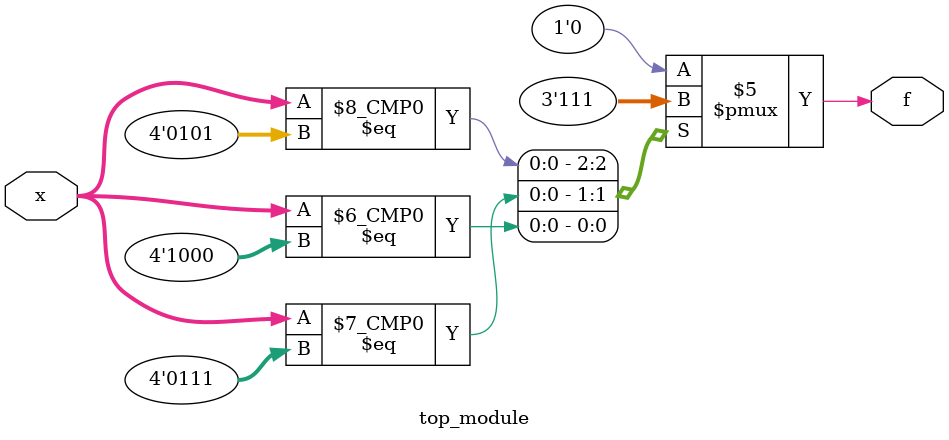
<source format=sv>
module top_module (
    input [4:1] x,
    output logic f
);

    always_comb begin
        case (x)
            4'b00x0: f = 1'b0;
            4'b0001: f = 1'b0;
            4'b0101: f = 1'b1;
            4'b0111: f = 1'b1;
            4'b1000: f = 1'b1;
            4'b1x00: f = 1'b0;
            4'b1101: f = 1'b0;
            default: f = 1'b0;
        endcase
    end
endmodule

</source>
